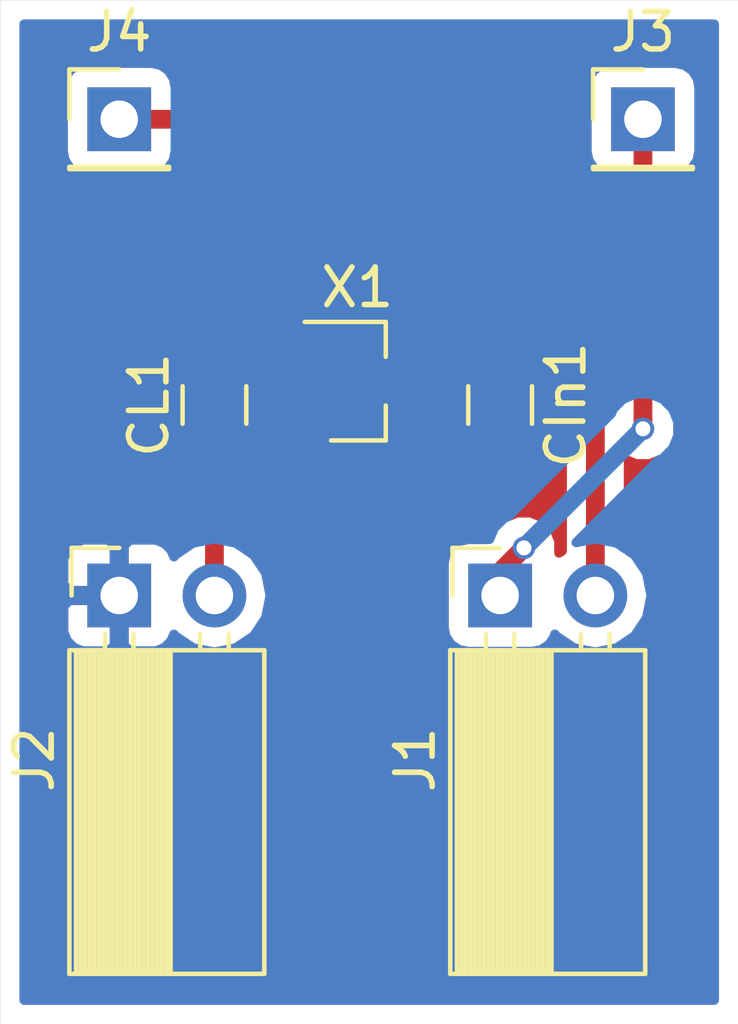
<source format=kicad_pcb>
(kicad_pcb (version 4) (host pcbnew 4.0.7)

  (general
    (links 9)
    (no_connects 0)
    (area 158.045 84.96 177.579048 111.740001)
    (thickness 1.6)
    (drawings 4)
    (tracks 16)
    (zones 0)
    (modules 7)
    (nets 5)
  )

  (page A4)
  (layers
    (0 F.Cu signal)
    (31 B.Cu signal)
    (32 B.Adhes user)
    (33 F.Adhes user)
    (34 B.Paste user)
    (35 F.Paste user)
    (36 B.SilkS user)
    (37 F.SilkS user)
    (38 B.Mask user)
    (39 F.Mask user)
    (40 Dwgs.User user)
    (41 Cmts.User user)
    (42 Eco1.User user)
    (43 Eco2.User user)
    (44 Edge.Cuts user)
    (45 Margin user)
    (46 B.CrtYd user)
    (47 F.CrtYd user)
    (48 B.Fab user)
    (49 F.Fab user)
  )

  (setup
    (last_trace_width 0.25)
    (trace_clearance 0.2)
    (zone_clearance 0.508)
    (zone_45_only yes)
    (trace_min 0.2)
    (segment_width 0.2)
    (edge_width 0.01)
    (via_size 0.6)
    (via_drill 0.4)
    (via_min_size 0.4)
    (via_min_drill 0.3)
    (uvia_size 0.3)
    (uvia_drill 0.1)
    (uvias_allowed no)
    (uvia_min_size 0.2)
    (uvia_min_drill 0.1)
    (pcb_text_width 0.3)
    (pcb_text_size 1.5 1.5)
    (mod_edge_width 0.15)
    (mod_text_size 1 1)
    (mod_text_width 0.15)
    (pad_size 1.524 1.524)
    (pad_drill 0.762)
    (pad_to_mask_clearance 0.2)
    (aux_axis_origin 0 0)
    (visible_elements 7FFFFFFF)
    (pcbplotparams
      (layerselection 0x00030_80000001)
      (usegerberextensions false)
      (excludeedgelayer true)
      (linewidth 0.100000)
      (plotframeref false)
      (viasonmask false)
      (mode 1)
      (useauxorigin false)
      (hpglpennumber 1)
      (hpglpenspeed 20)
      (hpglpendiameter 15)
      (hpglpenoverlay 2)
      (psnegative false)
      (psa4output false)
      (plotreference true)
      (plotvalue true)
      (plotinvisibletext false)
      (padsonsilk false)
      (subtractmaskfromsilk false)
      (outputformat 1)
      (mirror false)
      (drillshape 1)
      (scaleselection 1)
      (outputdirectory ""))
  )

  (net 0 "")
  (net 1 GND)
  (net 2 "Net-(CL1-Pad1)")
  (net 3 "Net-(CIn1-Pad1)")
  (net 4 "Net-(J1-Pad1)")

  (net_class Default 这是默认网络组.
    (clearance 0.2)
    (trace_width 0.25)
    (via_dia 0.6)
    (via_drill 0.4)
    (uvia_dia 0.3)
    (uvia_drill 0.1)
    (add_net GND)
  )

  (net_class Power ""
    (clearance 0.2)
    (trace_width 0.5)
    (via_dia 0.6)
    (via_drill 0.4)
    (uvia_dia 0.3)
    (uvia_drill 0.1)
    (add_net "Net-(CIn1-Pad1)")
    (add_net "Net-(CL1-Pad1)")
    (add_net "Net-(J1-Pad1)")
  )

  (module Capacitors_SMD:C_0805_HandSoldering (layer F.Cu) (tedit 58AA84A8) (tstamp 5B2DFBD3)
    (at 171.45 95.885 270)
    (descr "Capacitor SMD 0805, hand soldering")
    (tags "capacitor 0805")
    (path /5B2DEF8A)
    (attr smd)
    (fp_text reference CIn1 (at 0 -1.75 270) (layer F.SilkS)
      (effects (font (size 1 1) (thickness 0.15)))
    )
    (fp_text value 1uF (at 0 1.75 270) (layer F.Fab)
      (effects (font (size 1 1) (thickness 0.15)))
    )
    (fp_text user %R (at 0 -1.75 270) (layer F.Fab)
      (effects (font (size 1 1) (thickness 0.15)))
    )
    (fp_line (start -1 0.62) (end -1 -0.62) (layer F.Fab) (width 0.1))
    (fp_line (start 1 0.62) (end -1 0.62) (layer F.Fab) (width 0.1))
    (fp_line (start 1 -0.62) (end 1 0.62) (layer F.Fab) (width 0.1))
    (fp_line (start -1 -0.62) (end 1 -0.62) (layer F.Fab) (width 0.1))
    (fp_line (start 0.5 -0.85) (end -0.5 -0.85) (layer F.SilkS) (width 0.12))
    (fp_line (start -0.5 0.85) (end 0.5 0.85) (layer F.SilkS) (width 0.12))
    (fp_line (start -2.25 -0.88) (end 2.25 -0.88) (layer F.CrtYd) (width 0.05))
    (fp_line (start -2.25 -0.88) (end -2.25 0.87) (layer F.CrtYd) (width 0.05))
    (fp_line (start 2.25 0.87) (end 2.25 -0.88) (layer F.CrtYd) (width 0.05))
    (fp_line (start 2.25 0.87) (end -2.25 0.87) (layer F.CrtYd) (width 0.05))
    (pad 1 smd rect (at -1.25 0 270) (size 1.5 1.25) (layers F.Cu F.Paste F.Mask)
      (net 3 "Net-(CIn1-Pad1)"))
    (pad 2 smd rect (at 1.25 0 270) (size 1.5 1.25) (layers F.Cu F.Paste F.Mask)
      (net 1 GND))
    (model Capacitors_SMD.3dshapes/C_0805.wrl
      (at (xyz 0 0 0))
      (scale (xyz 1 1 1))
      (rotate (xyz 0 0 0))
    )
  )

  (module Capacitors_SMD:C_0805_HandSoldering (layer F.Cu) (tedit 58AA84A8) (tstamp 5B2DFBD9)
    (at 163.83 95.885 90)
    (descr "Capacitor SMD 0805, hand soldering")
    (tags "capacitor 0805")
    (path /5B2DEFB5)
    (attr smd)
    (fp_text reference CL1 (at 0 -1.75 90) (layer F.SilkS)
      (effects (font (size 1 1) (thickness 0.15)))
    )
    (fp_text value 1uF (at 0 1.75 90) (layer F.Fab)
      (effects (font (size 1 1) (thickness 0.15)))
    )
    (fp_text user %R (at 0 -1.75 90) (layer F.Fab)
      (effects (font (size 1 1) (thickness 0.15)))
    )
    (fp_line (start -1 0.62) (end -1 -0.62) (layer F.Fab) (width 0.1))
    (fp_line (start 1 0.62) (end -1 0.62) (layer F.Fab) (width 0.1))
    (fp_line (start 1 -0.62) (end 1 0.62) (layer F.Fab) (width 0.1))
    (fp_line (start -1 -0.62) (end 1 -0.62) (layer F.Fab) (width 0.1))
    (fp_line (start 0.5 -0.85) (end -0.5 -0.85) (layer F.SilkS) (width 0.12))
    (fp_line (start -0.5 0.85) (end 0.5 0.85) (layer F.SilkS) (width 0.12))
    (fp_line (start -2.25 -0.88) (end 2.25 -0.88) (layer F.CrtYd) (width 0.05))
    (fp_line (start -2.25 -0.88) (end -2.25 0.87) (layer F.CrtYd) (width 0.05))
    (fp_line (start 2.25 0.87) (end 2.25 -0.88) (layer F.CrtYd) (width 0.05))
    (fp_line (start 2.25 0.87) (end -2.25 0.87) (layer F.CrtYd) (width 0.05))
    (pad 1 smd rect (at -1.25 0 90) (size 1.5 1.25) (layers F.Cu F.Paste F.Mask)
      (net 2 "Net-(CL1-Pad1)"))
    (pad 2 smd rect (at 1.25 0 90) (size 1.5 1.25) (layers F.Cu F.Paste F.Mask)
      (net 1 GND))
    (model Capacitors_SMD.3dshapes/C_0805.wrl
      (at (xyz 0 0 0))
      (scale (xyz 1 1 1))
      (rotate (xyz 0 0 0))
    )
  )

  (module Socket_Strips:Socket_Strip_Angled_1x02_Pitch2.54mm (layer F.Cu) (tedit 58CD5446) (tstamp 5B2DFBDF)
    (at 171.45 100.965 90)
    (descr "Through hole angled socket strip, 1x02, 2.54mm pitch, 8.51mm socket length, single row")
    (tags "Through hole angled socket strip THT 1x02 2.54mm single row")
    (path /5B2DF1AC)
    (fp_text reference J1 (at -4.38 -2.27 90) (layer F.SilkS)
      (effects (font (size 1 1) (thickness 0.15)))
    )
    (fp_text value Battery (at -4.38 4.81 90) (layer F.Fab)
      (effects (font (size 1 1) (thickness 0.15)))
    )
    (fp_line (start -1.52 -1.27) (end -1.52 1.27) (layer F.Fab) (width 0.1))
    (fp_line (start -1.52 1.27) (end -10.03 1.27) (layer F.Fab) (width 0.1))
    (fp_line (start -10.03 1.27) (end -10.03 -1.27) (layer F.Fab) (width 0.1))
    (fp_line (start -10.03 -1.27) (end -1.52 -1.27) (layer F.Fab) (width 0.1))
    (fp_line (start 0 -0.32) (end 0 0.32) (layer F.Fab) (width 0.1))
    (fp_line (start 0 0.32) (end -1.52 0.32) (layer F.Fab) (width 0.1))
    (fp_line (start -1.52 0.32) (end -1.52 -0.32) (layer F.Fab) (width 0.1))
    (fp_line (start -1.52 -0.32) (end 0 -0.32) (layer F.Fab) (width 0.1))
    (fp_line (start -1.52 1.27) (end -1.52 3.81) (layer F.Fab) (width 0.1))
    (fp_line (start -1.52 3.81) (end -10.03 3.81) (layer F.Fab) (width 0.1))
    (fp_line (start -10.03 3.81) (end -10.03 1.27) (layer F.Fab) (width 0.1))
    (fp_line (start -10.03 1.27) (end -1.52 1.27) (layer F.Fab) (width 0.1))
    (fp_line (start 0 2.22) (end 0 2.86) (layer F.Fab) (width 0.1))
    (fp_line (start 0 2.86) (end -1.52 2.86) (layer F.Fab) (width 0.1))
    (fp_line (start -1.52 2.86) (end -1.52 2.22) (layer F.Fab) (width 0.1))
    (fp_line (start -1.52 2.22) (end 0 2.22) (layer F.Fab) (width 0.1))
    (fp_line (start -1.46 -1.33) (end -1.46 1.27) (layer F.SilkS) (width 0.12))
    (fp_line (start -1.46 1.27) (end -10.09 1.27) (layer F.SilkS) (width 0.12))
    (fp_line (start -10.09 1.27) (end -10.09 -1.33) (layer F.SilkS) (width 0.12))
    (fp_line (start -10.09 -1.33) (end -1.46 -1.33) (layer F.SilkS) (width 0.12))
    (fp_line (start -1.03 -0.38) (end -1.46 -0.38) (layer F.SilkS) (width 0.12))
    (fp_line (start -1.03 0.38) (end -1.46 0.38) (layer F.SilkS) (width 0.12))
    (fp_line (start -1.46 -1.15) (end -10.09 -1.15) (layer F.SilkS) (width 0.12))
    (fp_line (start -1.46 -1.03) (end -10.09 -1.03) (layer F.SilkS) (width 0.12))
    (fp_line (start -1.46 -0.91) (end -10.09 -0.91) (layer F.SilkS) (width 0.12))
    (fp_line (start -1.46 -0.79) (end -10.09 -0.79) (layer F.SilkS) (width 0.12))
    (fp_line (start -1.46 -0.67) (end -10.09 -0.67) (layer F.SilkS) (width 0.12))
    (fp_line (start -1.46 -0.55) (end -10.09 -0.55) (layer F.SilkS) (width 0.12))
    (fp_line (start -1.46 -0.43) (end -10.09 -0.43) (layer F.SilkS) (width 0.12))
    (fp_line (start -1.46 -0.31) (end -10.09 -0.31) (layer F.SilkS) (width 0.12))
    (fp_line (start -1.46 -0.19) (end -10.09 -0.19) (layer F.SilkS) (width 0.12))
    (fp_line (start -1.46 -0.07) (end -10.09 -0.07) (layer F.SilkS) (width 0.12))
    (fp_line (start -1.46 0.05) (end -10.09 0.05) (layer F.SilkS) (width 0.12))
    (fp_line (start -1.46 0.17) (end -10.09 0.17) (layer F.SilkS) (width 0.12))
    (fp_line (start -1.46 0.29) (end -10.09 0.29) (layer F.SilkS) (width 0.12))
    (fp_line (start -1.46 0.41) (end -10.09 0.41) (layer F.SilkS) (width 0.12))
    (fp_line (start -1.46 0.53) (end -10.09 0.53) (layer F.SilkS) (width 0.12))
    (fp_line (start -1.46 0.65) (end -10.09 0.65) (layer F.SilkS) (width 0.12))
    (fp_line (start -1.46 0.77) (end -10.09 0.77) (layer F.SilkS) (width 0.12))
    (fp_line (start -1.46 0.89) (end -10.09 0.89) (layer F.SilkS) (width 0.12))
    (fp_line (start -1.46 1.01) (end -10.09 1.01) (layer F.SilkS) (width 0.12))
    (fp_line (start -1.46 1.13) (end -10.09 1.13) (layer F.SilkS) (width 0.12))
    (fp_line (start -1.46 1.25) (end -10.09 1.25) (layer F.SilkS) (width 0.12))
    (fp_line (start -1.46 1.37) (end -10.09 1.37) (layer F.SilkS) (width 0.12))
    (fp_line (start -1.46 1.27) (end -1.46 3.87) (layer F.SilkS) (width 0.12))
    (fp_line (start -1.46 3.87) (end -10.09 3.87) (layer F.SilkS) (width 0.12))
    (fp_line (start -10.09 3.87) (end -10.09 1.27) (layer F.SilkS) (width 0.12))
    (fp_line (start -10.09 1.27) (end -1.46 1.27) (layer F.SilkS) (width 0.12))
    (fp_line (start -1.03 2.16) (end -1.46 2.16) (layer F.SilkS) (width 0.12))
    (fp_line (start -1.03 2.92) (end -1.46 2.92) (layer F.SilkS) (width 0.12))
    (fp_line (start 0 -1.27) (end 1.27 -1.27) (layer F.SilkS) (width 0.12))
    (fp_line (start 1.27 -1.27) (end 1.27 0) (layer F.SilkS) (width 0.12))
    (fp_line (start 1.8 -1.8) (end 1.8 4.35) (layer F.CrtYd) (width 0.05))
    (fp_line (start 1.8 4.35) (end -10.55 4.35) (layer F.CrtYd) (width 0.05))
    (fp_line (start -10.55 4.35) (end -10.55 -1.8) (layer F.CrtYd) (width 0.05))
    (fp_line (start -10.55 -1.8) (end 1.8 -1.8) (layer F.CrtYd) (width 0.05))
    (fp_text user %R (at -4.38 -2.27 90) (layer F.Fab)
      (effects (font (size 1 1) (thickness 0.15)))
    )
    (pad 1 thru_hole rect (at 0 0 90) (size 1.7 1.7) (drill 1) (layers *.Cu *.Mask)
      (net 4 "Net-(J1-Pad1)"))
    (pad 2 thru_hole oval (at 0 2.54 90) (size 1.7 1.7) (drill 1) (layers *.Cu *.Mask)
      (net 3 "Net-(CIn1-Pad1)"))
    (model ${KISYS3DMOD}/Socket_Strips.3dshapes/Socket_Strip_Angled_1x02_Pitch2.54mm.wrl
      (at (xyz 0 -0.05 0))
      (scale (xyz 1 1 1))
      (rotate (xyz 0 0 270))
    )
  )

  (module TO_SOT_Packages_SMD:SOT-23 (layer F.Cu) (tedit 58CE4E7E) (tstamp 5B2DFBEC)
    (at 167.64 95.25)
    (descr "SOT-23, Standard")
    (tags SOT-23)
    (path /5B2DEEE8)
    (attr smd)
    (fp_text reference X1 (at 0 -2.5) (layer F.SilkS)
      (effects (font (size 1 1) (thickness 0.15)))
    )
    (fp_text value XC6206 (at 0 2.5) (layer F.Fab)
      (effects (font (size 1 1) (thickness 0.15)))
    )
    (fp_text user %R (at 0 0 90) (layer F.Fab)
      (effects (font (size 0.5 0.5) (thickness 0.075)))
    )
    (fp_line (start -0.7 -0.95) (end -0.7 1.5) (layer F.Fab) (width 0.1))
    (fp_line (start -0.15 -1.52) (end 0.7 -1.52) (layer F.Fab) (width 0.1))
    (fp_line (start -0.7 -0.95) (end -0.15 -1.52) (layer F.Fab) (width 0.1))
    (fp_line (start 0.7 -1.52) (end 0.7 1.52) (layer F.Fab) (width 0.1))
    (fp_line (start -0.7 1.52) (end 0.7 1.52) (layer F.Fab) (width 0.1))
    (fp_line (start 0.76 1.58) (end 0.76 0.65) (layer F.SilkS) (width 0.12))
    (fp_line (start 0.76 -1.58) (end 0.76 -0.65) (layer F.SilkS) (width 0.12))
    (fp_line (start -1.7 -1.75) (end 1.7 -1.75) (layer F.CrtYd) (width 0.05))
    (fp_line (start 1.7 -1.75) (end 1.7 1.75) (layer F.CrtYd) (width 0.05))
    (fp_line (start 1.7 1.75) (end -1.7 1.75) (layer F.CrtYd) (width 0.05))
    (fp_line (start -1.7 1.75) (end -1.7 -1.75) (layer F.CrtYd) (width 0.05))
    (fp_line (start 0.76 -1.58) (end -1.4 -1.58) (layer F.SilkS) (width 0.12))
    (fp_line (start 0.76 1.58) (end -0.7 1.58) (layer F.SilkS) (width 0.12))
    (pad 1 smd rect (at -1 -0.95) (size 0.9 0.8) (layers F.Cu F.Paste F.Mask)
      (net 1 GND))
    (pad 2 smd rect (at -1 0.95) (size 0.9 0.8) (layers F.Cu F.Paste F.Mask)
      (net 2 "Net-(CL1-Pad1)"))
    (pad 3 smd rect (at 1 0) (size 0.9 0.8) (layers F.Cu F.Paste F.Mask)
      (net 3 "Net-(CIn1-Pad1)"))
    (model ${KISYS3DMOD}/TO_SOT_Packages_SMD.3dshapes/SOT-23.wrl
      (at (xyz 0 0 0))
      (scale (xyz 1 1 1))
      (rotate (xyz 0 0 0))
    )
  )

  (module Socket_Strips:Socket_Strip_Angled_1x02_Pitch2.54mm (layer F.Cu) (tedit 58CD5446) (tstamp 5B2E0496)
    (at 161.29 100.965 90)
    (descr "Through hole angled socket strip, 1x02, 2.54mm pitch, 8.51mm socket length, single row")
    (tags "Through hole angled socket strip THT 1x02 2.54mm single row")
    (path /5B2DF723)
    (fp_text reference J2 (at -4.38 -2.27 90) (layer F.SilkS)
      (effects (font (size 1 1) (thickness 0.15)))
    )
    (fp_text value Unifying (at -4.38 4.81 90) (layer F.Fab)
      (effects (font (size 1 1) (thickness 0.15)))
    )
    (fp_line (start -1.52 -1.27) (end -1.52 1.27) (layer F.Fab) (width 0.1))
    (fp_line (start -1.52 1.27) (end -10.03 1.27) (layer F.Fab) (width 0.1))
    (fp_line (start -10.03 1.27) (end -10.03 -1.27) (layer F.Fab) (width 0.1))
    (fp_line (start -10.03 -1.27) (end -1.52 -1.27) (layer F.Fab) (width 0.1))
    (fp_line (start 0 -0.32) (end 0 0.32) (layer F.Fab) (width 0.1))
    (fp_line (start 0 0.32) (end -1.52 0.32) (layer F.Fab) (width 0.1))
    (fp_line (start -1.52 0.32) (end -1.52 -0.32) (layer F.Fab) (width 0.1))
    (fp_line (start -1.52 -0.32) (end 0 -0.32) (layer F.Fab) (width 0.1))
    (fp_line (start -1.52 1.27) (end -1.52 3.81) (layer F.Fab) (width 0.1))
    (fp_line (start -1.52 3.81) (end -10.03 3.81) (layer F.Fab) (width 0.1))
    (fp_line (start -10.03 3.81) (end -10.03 1.27) (layer F.Fab) (width 0.1))
    (fp_line (start -10.03 1.27) (end -1.52 1.27) (layer F.Fab) (width 0.1))
    (fp_line (start 0 2.22) (end 0 2.86) (layer F.Fab) (width 0.1))
    (fp_line (start 0 2.86) (end -1.52 2.86) (layer F.Fab) (width 0.1))
    (fp_line (start -1.52 2.86) (end -1.52 2.22) (layer F.Fab) (width 0.1))
    (fp_line (start -1.52 2.22) (end 0 2.22) (layer F.Fab) (width 0.1))
    (fp_line (start -1.46 -1.33) (end -1.46 1.27) (layer F.SilkS) (width 0.12))
    (fp_line (start -1.46 1.27) (end -10.09 1.27) (layer F.SilkS) (width 0.12))
    (fp_line (start -10.09 1.27) (end -10.09 -1.33) (layer F.SilkS) (width 0.12))
    (fp_line (start -10.09 -1.33) (end -1.46 -1.33) (layer F.SilkS) (width 0.12))
    (fp_line (start -1.03 -0.38) (end -1.46 -0.38) (layer F.SilkS) (width 0.12))
    (fp_line (start -1.03 0.38) (end -1.46 0.38) (layer F.SilkS) (width 0.12))
    (fp_line (start -1.46 -1.15) (end -10.09 -1.15) (layer F.SilkS) (width 0.12))
    (fp_line (start -1.46 -1.03) (end -10.09 -1.03) (layer F.SilkS) (width 0.12))
    (fp_line (start -1.46 -0.91) (end -10.09 -0.91) (layer F.SilkS) (width 0.12))
    (fp_line (start -1.46 -0.79) (end -10.09 -0.79) (layer F.SilkS) (width 0.12))
    (fp_line (start -1.46 -0.67) (end -10.09 -0.67) (layer F.SilkS) (width 0.12))
    (fp_line (start -1.46 -0.55) (end -10.09 -0.55) (layer F.SilkS) (width 0.12))
    (fp_line (start -1.46 -0.43) (end -10.09 -0.43) (layer F.SilkS) (width 0.12))
    (fp_line (start -1.46 -0.31) (end -10.09 -0.31) (layer F.SilkS) (width 0.12))
    (fp_line (start -1.46 -0.19) (end -10.09 -0.19) (layer F.SilkS) (width 0.12))
    (fp_line (start -1.46 -0.07) (end -10.09 -0.07) (layer F.SilkS) (width 0.12))
    (fp_line (start -1.46 0.05) (end -10.09 0.05) (layer F.SilkS) (width 0.12))
    (fp_line (start -1.46 0.17) (end -10.09 0.17) (layer F.SilkS) (width 0.12))
    (fp_line (start -1.46 0.29) (end -10.09 0.29) (layer F.SilkS) (width 0.12))
    (fp_line (start -1.46 0.41) (end -10.09 0.41) (layer F.SilkS) (width 0.12))
    (fp_line (start -1.46 0.53) (end -10.09 0.53) (layer F.SilkS) (width 0.12))
    (fp_line (start -1.46 0.65) (end -10.09 0.65) (layer F.SilkS) (width 0.12))
    (fp_line (start -1.46 0.77) (end -10.09 0.77) (layer F.SilkS) (width 0.12))
    (fp_line (start -1.46 0.89) (end -10.09 0.89) (layer F.SilkS) (width 0.12))
    (fp_line (start -1.46 1.01) (end -10.09 1.01) (layer F.SilkS) (width 0.12))
    (fp_line (start -1.46 1.13) (end -10.09 1.13) (layer F.SilkS) (width 0.12))
    (fp_line (start -1.46 1.25) (end -10.09 1.25) (layer F.SilkS) (width 0.12))
    (fp_line (start -1.46 1.37) (end -10.09 1.37) (layer F.SilkS) (width 0.12))
    (fp_line (start -1.46 1.27) (end -1.46 3.87) (layer F.SilkS) (width 0.12))
    (fp_line (start -1.46 3.87) (end -10.09 3.87) (layer F.SilkS) (width 0.12))
    (fp_line (start -10.09 3.87) (end -10.09 1.27) (layer F.SilkS) (width 0.12))
    (fp_line (start -10.09 1.27) (end -1.46 1.27) (layer F.SilkS) (width 0.12))
    (fp_line (start -1.03 2.16) (end -1.46 2.16) (layer F.SilkS) (width 0.12))
    (fp_line (start -1.03 2.92) (end -1.46 2.92) (layer F.SilkS) (width 0.12))
    (fp_line (start 0 -1.27) (end 1.27 -1.27) (layer F.SilkS) (width 0.12))
    (fp_line (start 1.27 -1.27) (end 1.27 0) (layer F.SilkS) (width 0.12))
    (fp_line (start 1.8 -1.8) (end 1.8 4.35) (layer F.CrtYd) (width 0.05))
    (fp_line (start 1.8 4.35) (end -10.55 4.35) (layer F.CrtYd) (width 0.05))
    (fp_line (start -10.55 4.35) (end -10.55 -1.8) (layer F.CrtYd) (width 0.05))
    (fp_line (start -10.55 -1.8) (end 1.8 -1.8) (layer F.CrtYd) (width 0.05))
    (fp_text user %R (at -4.38 -2.27 90) (layer F.Fab)
      (effects (font (size 1 1) (thickness 0.15)))
    )
    (pad 1 thru_hole rect (at 0 0 90) (size 1.7 1.7) (drill 1) (layers *.Cu *.Mask)
      (net 1 GND))
    (pad 2 thru_hole oval (at 0 2.54 90) (size 1.7 1.7) (drill 1) (layers *.Cu *.Mask)
      (net 2 "Net-(CL1-Pad1)"))
    (model ${KISYS3DMOD}/Socket_Strips.3dshapes/Socket_Strip_Angled_1x02_Pitch2.54mm.wrl
      (at (xyz 0 -0.05 0))
      (scale (xyz 1 1 1))
      (rotate (xyz 0 0 270))
    )
  )

  (module Pin_Headers:Pin_Header_Straight_1x01_Pitch2.54mm (layer F.Cu) (tedit 59650532) (tstamp 5B2E049B)
    (at 161.29 88.265)
    (descr "Through hole straight pin header, 1x01, 2.54mm pitch, single row")
    (tags "Through hole pin header THT 1x01 2.54mm single row")
    (path /5B2E0148)
    (fp_text reference J4 (at 0 -2.33) (layer F.SilkS)
      (effects (font (size 1 1) (thickness 0.15)))
    )
    (fp_text value USB+ (at 0 2.33) (layer F.Fab)
      (effects (font (size 1 1) (thickness 0.15)))
    )
    (fp_line (start -0.635 -1.27) (end 1.27 -1.27) (layer F.Fab) (width 0.1))
    (fp_line (start 1.27 -1.27) (end 1.27 1.27) (layer F.Fab) (width 0.1))
    (fp_line (start 1.27 1.27) (end -1.27 1.27) (layer F.Fab) (width 0.1))
    (fp_line (start -1.27 1.27) (end -1.27 -0.635) (layer F.Fab) (width 0.1))
    (fp_line (start -1.27 -0.635) (end -0.635 -1.27) (layer F.Fab) (width 0.1))
    (fp_line (start -1.33 1.33) (end 1.33 1.33) (layer F.SilkS) (width 0.12))
    (fp_line (start -1.33 1.27) (end -1.33 1.33) (layer F.SilkS) (width 0.12))
    (fp_line (start 1.33 1.27) (end 1.33 1.33) (layer F.SilkS) (width 0.12))
    (fp_line (start -1.33 1.27) (end 1.33 1.27) (layer F.SilkS) (width 0.12))
    (fp_line (start -1.33 0) (end -1.33 -1.33) (layer F.SilkS) (width 0.12))
    (fp_line (start -1.33 -1.33) (end 0 -1.33) (layer F.SilkS) (width 0.12))
    (fp_line (start -1.8 -1.8) (end -1.8 1.8) (layer F.CrtYd) (width 0.05))
    (fp_line (start -1.8 1.8) (end 1.8 1.8) (layer F.CrtYd) (width 0.05))
    (fp_line (start 1.8 1.8) (end 1.8 -1.8) (layer F.CrtYd) (width 0.05))
    (fp_line (start 1.8 -1.8) (end -1.8 -1.8) (layer F.CrtYd) (width 0.05))
    (fp_text user %R (at 0 0 90) (layer F.Fab)
      (effects (font (size 1 1) (thickness 0.15)))
    )
    (pad 1 thru_hole rect (at 0 0) (size 1.7 1.7) (drill 1) (layers *.Cu *.Mask)
      (net 3 "Net-(CIn1-Pad1)"))
    (model ${KISYS3DMOD}/Pin_Headers.3dshapes/Pin_Header_Straight_1x01_Pitch2.54mm.wrl
      (at (xyz 0 0 0))
      (scale (xyz 1 1 1))
      (rotate (xyz 0 0 0))
    )
  )

  (module Pin_Headers:Pin_Header_Straight_1x01_Pitch2.54mm (layer F.Cu) (tedit 59650532) (tstamp 5B2DFBE5)
    (at 175.26 88.265)
    (descr "Through hole straight pin header, 1x01, 2.54mm pitch, single row")
    (tags "Through hole pin header THT 1x01 2.54mm single row")
    (path /5B2E01DA)
    (fp_text reference J3 (at 0 -2.33) (layer F.SilkS)
      (effects (font (size 1 1) (thickness 0.15)))
    )
    (fp_text value USB- (at 0 2.33) (layer F.Fab)
      (effects (font (size 1 1) (thickness 0.15)))
    )
    (fp_line (start -0.635 -1.27) (end 1.27 -1.27) (layer F.Fab) (width 0.1))
    (fp_line (start 1.27 -1.27) (end 1.27 1.27) (layer F.Fab) (width 0.1))
    (fp_line (start 1.27 1.27) (end -1.27 1.27) (layer F.Fab) (width 0.1))
    (fp_line (start -1.27 1.27) (end -1.27 -0.635) (layer F.Fab) (width 0.1))
    (fp_line (start -1.27 -0.635) (end -0.635 -1.27) (layer F.Fab) (width 0.1))
    (fp_line (start -1.33 1.33) (end 1.33 1.33) (layer F.SilkS) (width 0.12))
    (fp_line (start -1.33 1.27) (end -1.33 1.33) (layer F.SilkS) (width 0.12))
    (fp_line (start 1.33 1.27) (end 1.33 1.33) (layer F.SilkS) (width 0.12))
    (fp_line (start -1.33 1.27) (end 1.33 1.27) (layer F.SilkS) (width 0.12))
    (fp_line (start -1.33 0) (end -1.33 -1.33) (layer F.SilkS) (width 0.12))
    (fp_line (start -1.33 -1.33) (end 0 -1.33) (layer F.SilkS) (width 0.12))
    (fp_line (start -1.8 -1.8) (end -1.8 1.8) (layer F.CrtYd) (width 0.05))
    (fp_line (start -1.8 1.8) (end 1.8 1.8) (layer F.CrtYd) (width 0.05))
    (fp_line (start 1.8 1.8) (end 1.8 -1.8) (layer F.CrtYd) (width 0.05))
    (fp_line (start 1.8 -1.8) (end -1.8 -1.8) (layer F.CrtYd) (width 0.05))
    (fp_text user %R (at 0 0 90) (layer F.Fab)
      (effects (font (size 1 1) (thickness 0.15)))
    )
    (pad 1 thru_hole rect (at 0 0) (size 1.7 1.7) (drill 1) (layers *.Cu *.Mask)
      (net 4 "Net-(J1-Pad1)"))
    (model ${KISYS3DMOD}/Pin_Headers.3dshapes/Pin_Header_Straight_1x01_Pitch2.54mm.wrl
      (at (xyz 0 0 0))
      (scale (xyz 1 1 1))
      (rotate (xyz 0 0 0))
    )
  )

  (gr_line (start 158.115 112.395) (end 158.115 85.09) (angle 90) (layer Edge.Cuts) (width 0.01))
  (gr_line (start 177.8 112.395) (end 158.115 112.395) (angle 90) (layer Edge.Cuts) (width 0.01))
  (gr_line (start 177.8 85.09) (end 177.8 112.395) (angle 90) (layer Edge.Cuts) (width 0.01))
  (gr_line (start 158.115 85.09) (end 177.8 85.09) (angle 90) (layer Edge.Cuts) (width 0.01))

  (segment (start 163.83 97.135) (end 163.83 100.965) (width 0.5) (layer F.Cu) (net 2))
  (segment (start 166.64 96.2) (end 164.765 96.2) (width 0.5) (layer F.Cu) (net 2))
  (segment (start 164.765 96.2) (end 163.83 97.135) (width 0.5) (layer F.Cu) (net 2) (tstamp 5B2E0576))
  (segment (start 171.45 94.635) (end 172.74 94.635) (width 0.5) (layer F.Cu) (net 3))
  (segment (start 173.99 95.885) (end 173.99 100.965) (width 0.5) (layer F.Cu) (net 3) (tstamp 5B2E05F7))
  (segment (start 172.74 94.635) (end 173.99 95.885) (width 0.5) (layer F.Cu) (net 3) (tstamp 5B2E05F6))
  (segment (start 161.29 88.265) (end 163.83 88.265) (width 0.5) (layer F.Cu) (net 3))
  (segment (start 168.64 93.075) (end 168.64 95.25) (width 0.5) (layer F.Cu) (net 3) (tstamp 5B2E05F2))
  (segment (start 163.83 88.265) (end 168.64 93.075) (width 0.5) (layer F.Cu) (net 3) (tstamp 5B2E05F0))
  (segment (start 168.64 95.25) (end 170.835 95.25) (width 0.5) (layer F.Cu) (net 3))
  (segment (start 175.26 88.265) (end 175.26 96.52) (width 0.5) (layer F.Cu) (net 4))
  (segment (start 172.085 99.695) (end 171.45 100.33) (width 0.5) (layer F.Cu) (net 4) (tstamp 5B2E0604))
  (via (at 172.085 99.695) (size 0.6) (drill 0.4) (layers F.Cu B.Cu) (net 4))
  (segment (start 175.26 96.52) (end 172.085 99.695) (width 0.5) (layer B.Cu) (net 4) (tstamp 5B2E0601))
  (via (at 175.26 96.52) (size 0.6) (drill 0.4) (layers F.Cu B.Cu) (net 4))
  (segment (start 171.45 100.33) (end 171.45 100.965) (width 0.5) (layer F.Cu) (net 4) (tstamp 5B2E0605))

  (zone (net 1) (net_name GND) (layer F.Cu) (tstamp 5B2E5CF5) (hatch edge 0.508)
    (connect_pads (clearance 0.508))
    (min_thickness 0.254)
    (fill yes (arc_segments 16) (thermal_gap 0.508) (thermal_bridge_width 0.508))
    (polygon
      (pts
        (xy 177.8 112.395) (xy 158.115 112.395) (xy 158.115 85.09) (xy 177.8 85.09)
      )
    )
    (filled_polygon
      (pts
        (xy 177.16 111.755) (xy 158.755 111.755) (xy 158.755 101.25075) (xy 159.805 101.25075) (xy 159.805 101.941309)
        (xy 159.901673 102.174698) (xy 160.080301 102.353327) (xy 160.31369 102.45) (xy 161.00425 102.45) (xy 161.163 102.29125)
        (xy 161.163 101.092) (xy 159.96375 101.092) (xy 159.805 101.25075) (xy 158.755 101.25075) (xy 158.755 99.988691)
        (xy 159.805 99.988691) (xy 159.805 100.67925) (xy 159.96375 100.838) (xy 161.163 100.838) (xy 161.163 99.63875)
        (xy 161.00425 99.48) (xy 160.31369 99.48) (xy 160.080301 99.576673) (xy 159.901673 99.755302) (xy 159.805 99.988691)
        (xy 158.755 99.988691) (xy 158.755 93.758691) (xy 162.57 93.758691) (xy 162.57 94.34925) (xy 162.72875 94.508)
        (xy 163.703 94.508) (xy 163.703 93.40875) (xy 163.957 93.40875) (xy 163.957 94.508) (xy 164.93125 94.508)
        (xy 165.09 94.34925) (xy 165.09 93.77369) (xy 165.555 93.77369) (xy 165.555 94.01425) (xy 165.71375 94.173)
        (xy 166.513 94.173) (xy 166.513 93.42375) (xy 166.767 93.42375) (xy 166.767 94.173) (xy 167.56625 94.173)
        (xy 167.725 94.01425) (xy 167.725 93.77369) (xy 167.628327 93.540301) (xy 167.449698 93.361673) (xy 167.216309 93.265)
        (xy 166.92575 93.265) (xy 166.767 93.42375) (xy 166.513 93.42375) (xy 166.35425 93.265) (xy 166.063691 93.265)
        (xy 165.830302 93.361673) (xy 165.651673 93.540301) (xy 165.555 93.77369) (xy 165.09 93.77369) (xy 165.09 93.758691)
        (xy 164.993327 93.525302) (xy 164.814699 93.346673) (xy 164.58131 93.25) (xy 164.11575 93.25) (xy 163.957 93.40875)
        (xy 163.703 93.40875) (xy 163.54425 93.25) (xy 163.07869 93.25) (xy 162.845301 93.346673) (xy 162.666673 93.525302)
        (xy 162.57 93.758691) (xy 158.755 93.758691) (xy 158.755 87.415) (xy 159.79256 87.415) (xy 159.79256 89.115)
        (xy 159.836838 89.350317) (xy 159.97591 89.566441) (xy 160.18811 89.711431) (xy 160.44 89.76244) (xy 162.14 89.76244)
        (xy 162.375317 89.718162) (xy 162.591441 89.57909) (xy 162.736431 89.36689) (xy 162.780352 89.15) (xy 163.46342 89.15)
        (xy 167.755 93.441579) (xy 167.755 94.375331) (xy 167.738559 94.38591) (xy 167.651936 94.512686) (xy 167.56625 94.427)
        (xy 166.767 94.427) (xy 166.767 94.447) (xy 166.513 94.447) (xy 166.513 94.427) (xy 165.71375 94.427)
        (xy 165.555 94.58575) (xy 165.555 94.82631) (xy 165.651673 95.059699) (xy 165.830302 95.238327) (xy 165.866747 95.253423)
        (xy 165.771054 95.315) (xy 165.09 95.315) (xy 165.09 94.92075) (xy 164.93125 94.762) (xy 163.957 94.762)
        (xy 163.957 94.782) (xy 163.703 94.782) (xy 163.703 94.762) (xy 162.72875 94.762) (xy 162.57 94.92075)
        (xy 162.57 95.511309) (xy 162.666673 95.744698) (xy 162.80791 95.885936) (xy 162.753559 95.92091) (xy 162.608569 96.13311)
        (xy 162.55756 96.385) (xy 162.55756 97.885) (xy 162.601838 98.120317) (xy 162.74091 98.336441) (xy 162.945 98.47589)
        (xy 162.945 99.775568) (xy 162.779946 99.885853) (xy 162.750597 99.929777) (xy 162.678327 99.755302) (xy 162.499699 99.576673)
        (xy 162.26631 99.48) (xy 161.57575 99.48) (xy 161.417 99.63875) (xy 161.417 100.838) (xy 161.437 100.838)
        (xy 161.437 101.092) (xy 161.417 101.092) (xy 161.417 102.29125) (xy 161.57575 102.45) (xy 162.26631 102.45)
        (xy 162.499699 102.353327) (xy 162.678327 102.174698) (xy 162.750597 102.000223) (xy 162.779946 102.044147) (xy 163.261715 102.366054)
        (xy 163.83 102.479093) (xy 164.398285 102.366054) (xy 164.880054 102.044147) (xy 165.201961 101.562378) (xy 165.315 100.994093)
        (xy 165.315 100.935907) (xy 165.201961 100.367622) (xy 164.880054 99.885853) (xy 164.715 99.775568) (xy 164.715 98.472279)
        (xy 164.906441 98.34909) (xy 165.051431 98.13689) (xy 165.10244 97.885) (xy 165.10244 97.42075) (xy 170.19 97.42075)
        (xy 170.19 98.011309) (xy 170.286673 98.244698) (xy 170.465301 98.423327) (xy 170.69869 98.52) (xy 171.16425 98.52)
        (xy 171.323 98.36125) (xy 171.323 97.262) (xy 171.577 97.262) (xy 171.577 98.36125) (xy 171.73575 98.52)
        (xy 172.20131 98.52) (xy 172.434699 98.423327) (xy 172.613327 98.244698) (xy 172.71 98.011309) (xy 172.71 97.42075)
        (xy 172.55125 97.262) (xy 171.577 97.262) (xy 171.323 97.262) (xy 170.34875 97.262) (xy 170.19 97.42075)
        (xy 165.10244 97.42075) (xy 165.10244 97.114139) (xy 165.131579 97.085) (xy 165.775025 97.085) (xy 165.93811 97.196431)
        (xy 166.19 97.24744) (xy 167.09 97.24744) (xy 167.325317 97.203162) (xy 167.541441 97.06409) (xy 167.686431 96.85189)
        (xy 167.73744 96.6) (xy 167.73744 96.109319) (xy 167.93811 96.246431) (xy 168.19 96.29744) (xy 169.09 96.29744)
        (xy 169.325317 96.253162) (xy 169.508946 96.135) (xy 170.241235 96.135) (xy 170.19 96.258691) (xy 170.19 96.84925)
        (xy 170.34875 97.008) (xy 171.323 97.008) (xy 171.323 96.988) (xy 171.577 96.988) (xy 171.577 97.008)
        (xy 172.55125 97.008) (xy 172.71 96.84925) (xy 172.71 96.258691) (xy 172.613327 96.025302) (xy 172.47209 95.884064)
        (xy 172.526441 95.84909) (xy 172.597911 95.74449) (xy 173.105 96.251579) (xy 173.105 99.775568) (xy 173.019881 99.832442)
        (xy 173.020162 99.509833) (xy 172.878117 99.166057) (xy 172.615327 98.902808) (xy 172.271799 98.760162) (xy 171.899833 98.759838)
        (xy 171.556057 98.901883) (xy 171.292808 99.164673) (xy 171.242434 99.285987) (xy 171.06086 99.46756) (xy 170.6 99.46756)
        (xy 170.364683 99.511838) (xy 170.148559 99.65091) (xy 170.003569 99.86311) (xy 169.95256 100.115) (xy 169.95256 101.815)
        (xy 169.996838 102.050317) (xy 170.13591 102.266441) (xy 170.34811 102.411431) (xy 170.6 102.46244) (xy 172.3 102.46244)
        (xy 172.535317 102.418162) (xy 172.751441 102.27909) (xy 172.896431 102.06689) (xy 172.910086 101.999459) (xy 172.939946 102.044147)
        (xy 173.421715 102.366054) (xy 173.99 102.479093) (xy 174.558285 102.366054) (xy 175.040054 102.044147) (xy 175.361961 101.562378)
        (xy 175.475 100.994093) (xy 175.475 100.935907) (xy 175.361961 100.367622) (xy 175.040054 99.885853) (xy 174.875 99.775568)
        (xy 174.875 97.372537) (xy 175.073201 97.454838) (xy 175.445167 97.455162) (xy 175.788943 97.313117) (xy 176.052192 97.050327)
        (xy 176.194838 96.706799) (xy 176.195162 96.334833) (xy 176.145 96.213431) (xy 176.145 89.755854) (xy 176.345317 89.718162)
        (xy 176.561441 89.57909) (xy 176.706431 89.36689) (xy 176.75744 89.115) (xy 176.75744 87.415) (xy 176.713162 87.179683)
        (xy 176.57409 86.963559) (xy 176.36189 86.818569) (xy 176.11 86.76756) (xy 174.41 86.76756) (xy 174.174683 86.811838)
        (xy 173.958559 86.95091) (xy 173.813569 87.16311) (xy 173.76256 87.415) (xy 173.76256 89.115) (xy 173.806838 89.350317)
        (xy 173.94591 89.566441) (xy 174.15811 89.711431) (xy 174.375 89.755352) (xy 174.375 95.018421) (xy 173.36579 94.00921)
        (xy 173.191319 93.892633) (xy 173.078675 93.817367) (xy 173.022484 93.80619) (xy 172.74 93.749999) (xy 172.739995 93.75)
        (xy 172.697038 93.75) (xy 172.678162 93.649683) (xy 172.53909 93.433559) (xy 172.32689 93.288569) (xy 172.075 93.23756)
        (xy 170.825 93.23756) (xy 170.589683 93.281838) (xy 170.373559 93.42091) (xy 170.228569 93.63311) (xy 170.17756 93.885)
        (xy 170.17756 94.365) (xy 169.525 94.365) (xy 169.525 93.075005) (xy 169.525001 93.075) (xy 169.457633 92.736325)
        (xy 169.26579 92.44921) (xy 169.265787 92.449208) (xy 164.45579 87.63921) (xy 164.168675 87.447367) (xy 164.112484 87.43619)
        (xy 163.83 87.379999) (xy 163.829995 87.38) (xy 162.780854 87.38) (xy 162.743162 87.179683) (xy 162.60409 86.963559)
        (xy 162.39189 86.818569) (xy 162.14 86.76756) (xy 160.44 86.76756) (xy 160.204683 86.811838) (xy 159.988559 86.95091)
        (xy 159.843569 87.16311) (xy 159.79256 87.415) (xy 158.755 87.415) (xy 158.755 85.73) (xy 177.16 85.73)
      )
    )
  )
  (zone (net 1) (net_name GND) (layer B.Cu) (tstamp 5B2E5DBA) (hatch edge 0.508)
    (connect_pads (clearance 0.508))
    (min_thickness 0.254)
    (fill yes (arc_segments 16) (thermal_gap 0.508) (thermal_bridge_width 0.508))
    (polygon
      (pts
        (xy 177.8 112.395) (xy 158.115 112.395) (xy 158.115 85.09) (xy 177.8 85.09)
      )
    )
    (filled_polygon
      (pts
        (xy 177.16 111.755) (xy 158.755 111.755) (xy 158.755 101.25075) (xy 159.805 101.25075) (xy 159.805 101.941309)
        (xy 159.901673 102.174698) (xy 160.080301 102.353327) (xy 160.31369 102.45) (xy 161.00425 102.45) (xy 161.163 102.29125)
        (xy 161.163 101.092) (xy 159.96375 101.092) (xy 159.805 101.25075) (xy 158.755 101.25075) (xy 158.755 99.988691)
        (xy 159.805 99.988691) (xy 159.805 100.67925) (xy 159.96375 100.838) (xy 161.163 100.838) (xy 161.163 99.63875)
        (xy 161.417 99.63875) (xy 161.417 100.838) (xy 161.437 100.838) (xy 161.437 101.092) (xy 161.417 101.092)
        (xy 161.417 102.29125) (xy 161.57575 102.45) (xy 162.26631 102.45) (xy 162.499699 102.353327) (xy 162.678327 102.174698)
        (xy 162.750597 102.000223) (xy 162.779946 102.044147) (xy 163.261715 102.366054) (xy 163.83 102.479093) (xy 164.398285 102.366054)
        (xy 164.880054 102.044147) (xy 165.201961 101.562378) (xy 165.315 100.994093) (xy 165.315 100.935907) (xy 165.201961 100.367622)
        (xy 165.033165 100.115) (xy 169.95256 100.115) (xy 169.95256 101.815) (xy 169.996838 102.050317) (xy 170.13591 102.266441)
        (xy 170.34811 102.411431) (xy 170.6 102.46244) (xy 172.3 102.46244) (xy 172.535317 102.418162) (xy 172.751441 102.27909)
        (xy 172.896431 102.06689) (xy 172.910086 101.999459) (xy 172.939946 102.044147) (xy 173.421715 102.366054) (xy 173.99 102.479093)
        (xy 174.558285 102.366054) (xy 175.040054 102.044147) (xy 175.361961 101.562378) (xy 175.475 100.994093) (xy 175.475 100.935907)
        (xy 175.361961 100.367622) (xy 175.040054 99.885853) (xy 174.558285 99.563946) (xy 173.99 99.450907) (xy 173.479036 99.552544)
        (xy 175.668834 97.362745) (xy 175.788943 97.313117) (xy 176.052192 97.050327) (xy 176.194838 96.706799) (xy 176.195162 96.334833)
        (xy 176.053117 95.991057) (xy 175.790327 95.727808) (xy 175.446799 95.585162) (xy 175.074833 95.584838) (xy 174.731057 95.726883)
        (xy 174.467808 95.989673) (xy 174.417434 96.110987) (xy 171.676164 98.852256) (xy 171.556057 98.901883) (xy 171.292808 99.164673)
        (xy 171.167038 99.46756) (xy 170.6 99.46756) (xy 170.364683 99.511838) (xy 170.148559 99.65091) (xy 170.003569 99.86311)
        (xy 169.95256 100.115) (xy 165.033165 100.115) (xy 164.880054 99.885853) (xy 164.398285 99.563946) (xy 163.83 99.450907)
        (xy 163.261715 99.563946) (xy 162.779946 99.885853) (xy 162.750597 99.929777) (xy 162.678327 99.755302) (xy 162.499699 99.576673)
        (xy 162.26631 99.48) (xy 161.57575 99.48) (xy 161.417 99.63875) (xy 161.163 99.63875) (xy 161.00425 99.48)
        (xy 160.31369 99.48) (xy 160.080301 99.576673) (xy 159.901673 99.755302) (xy 159.805 99.988691) (xy 158.755 99.988691)
        (xy 158.755 87.415) (xy 159.79256 87.415) (xy 159.79256 89.115) (xy 159.836838 89.350317) (xy 159.97591 89.566441)
        (xy 160.18811 89.711431) (xy 160.44 89.76244) (xy 162.14 89.76244) (xy 162.375317 89.718162) (xy 162.591441 89.57909)
        (xy 162.736431 89.36689) (xy 162.78744 89.115) (xy 162.78744 87.415) (xy 173.76256 87.415) (xy 173.76256 89.115)
        (xy 173.806838 89.350317) (xy 173.94591 89.566441) (xy 174.15811 89.711431) (xy 174.41 89.76244) (xy 176.11 89.76244)
        (xy 176.345317 89.718162) (xy 176.561441 89.57909) (xy 176.706431 89.36689) (xy 176.75744 89.115) (xy 176.75744 87.415)
        (xy 176.713162 87.179683) (xy 176.57409 86.963559) (xy 176.36189 86.818569) (xy 176.11 86.76756) (xy 174.41 86.76756)
        (xy 174.174683 86.811838) (xy 173.958559 86.95091) (xy 173.813569 87.16311) (xy 173.76256 87.415) (xy 162.78744 87.415)
        (xy 162.743162 87.179683) (xy 162.60409 86.963559) (xy 162.39189 86.818569) (xy 162.14 86.76756) (xy 160.44 86.76756)
        (xy 160.204683 86.811838) (xy 159.988559 86.95091) (xy 159.843569 87.16311) (xy 159.79256 87.415) (xy 158.755 87.415)
        (xy 158.755 85.73) (xy 177.16 85.73)
      )
    )
  )
)

</source>
